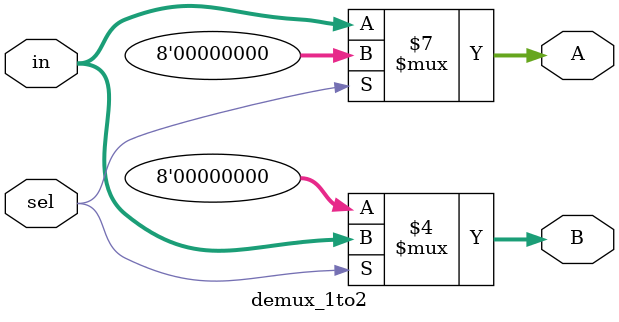
<source format=v>
module demux_1to2(

	input sel,
	input [7:0] in,

	output reg [7:0] A, B

);
	
	always @(*) begin
		if (!sel) begin
			A <= in;
			B <= 8'b0;
		end
		else begin
			A <= 8'b0;
			B <= in;
		end
	end

endmodule
</source>
